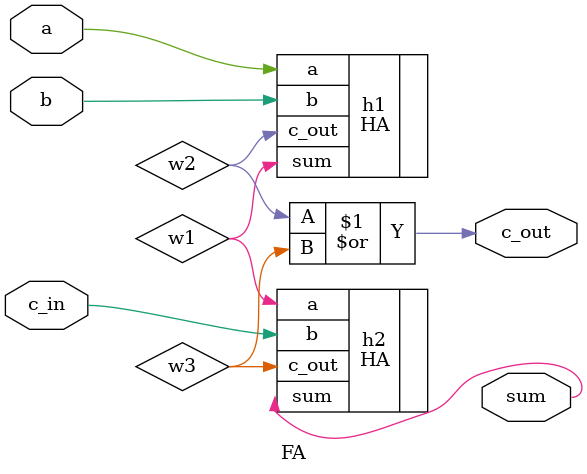
<source format=v>

module FA (
		input a,
		input b,
		input c_in,
	
		output sum,
		output c_out
	);
	
		HA h1( 
			.a(a),
			.b(b),
			.c_out(w2),
			.sum(w1)
		);
		
		HA h2( 
			.a(w1),
			.b(c_in),
			.c_out(w3),
			.sum(sum)
		);
		
		or o1(c_out,w2,w3);

endmodule

	
		
		
</source>
